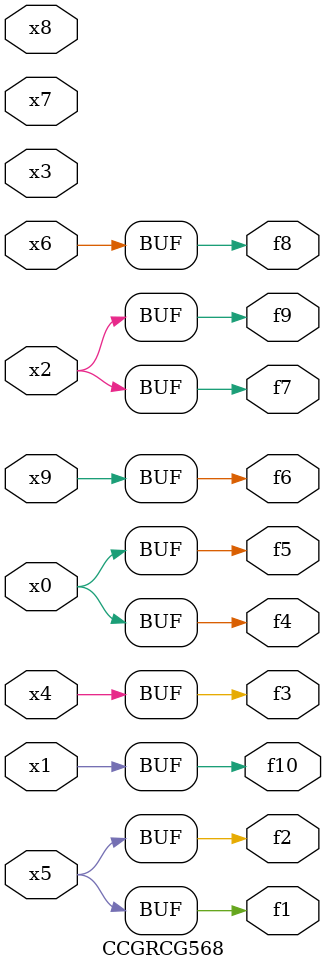
<source format=v>
module CCGRCG568(
	input x0, x1, x2, x3, x4, x5, x6, x7, x8, x9,
	output f1, f2, f3, f4, f5, f6, f7, f8, f9, f10
);
	assign f1 = x5;
	assign f2 = x5;
	assign f3 = x4;
	assign f4 = x0;
	assign f5 = x0;
	assign f6 = x9;
	assign f7 = x2;
	assign f8 = x6;
	assign f9 = x2;
	assign f10 = x1;
endmodule

</source>
